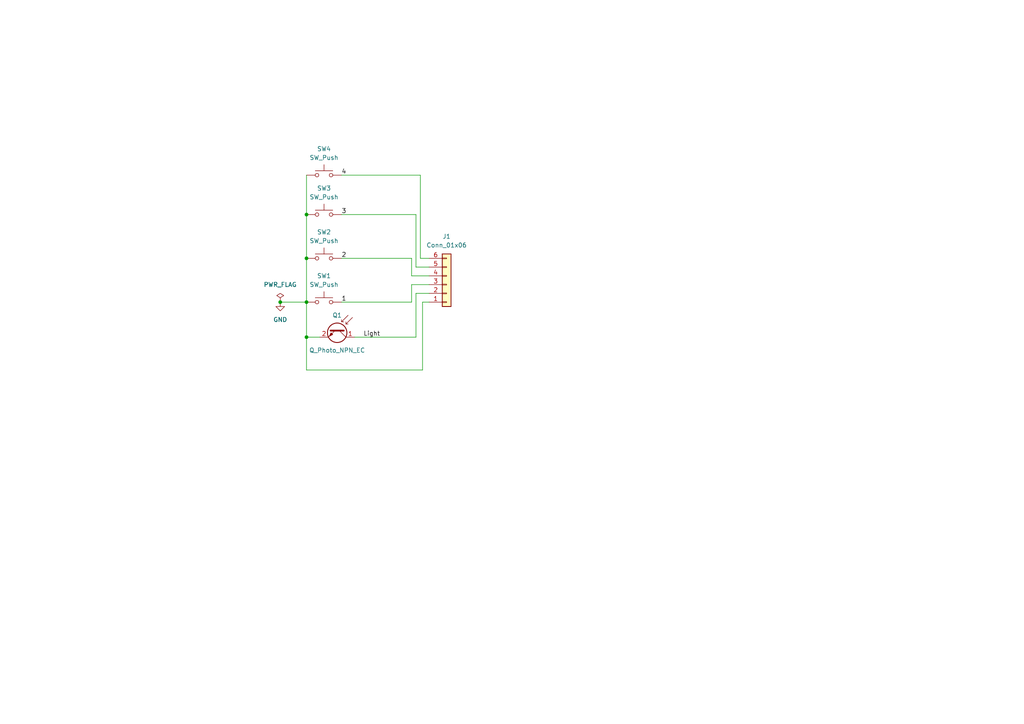
<source format=kicad_sch>
(kicad_sch (version 20211123) (generator eeschema)
  (paper "A4")
  (title_block (title "Vectrex Lightpen Buttons v2"))
  (lib_symbols
    (symbol "Connector_Generic:Conn_01x06" (pin_names (offset 1.016) hide)
      (property "Reference" "J" (at 0 7.62 0))
      (property "Value" "Conn_01x06" (at 0 -10.16 0))
      (symbol "Conn_01x06_1_1"
        (rectangle (start -1.27 -7.493) (end 0 -7.747) (stroke (width 0.1524)))
        (rectangle (start -1.27 -4.953) (end 0 -5.207) (stroke (width 0.1524)))
        (rectangle (start -1.27 -2.413) (end 0 -2.667) (stroke (width 0.1524)))
        (rectangle (start -1.27 0.127) (end 0 -0.127) (stroke (width 0.1524)))
        (rectangle (start -1.27 2.667) (end 0 2.413) (stroke (width 0.1524)))
        (rectangle (start -1.27 5.207) (end 0 4.953) (stroke (width 0.1524)))
        (rectangle (start -1.27 6.35) (end 1.27 -8.89) (stroke (width 0.254)) (fill (type background)))
        (pin passive line (at -5.08 5.08 0) (length 3.81) (name "Pin_1") (number "1"))
        (pin passive line (at -5.08 2.54 0) (length 3.81) (name "Pin_2") (number "2"))
        (pin passive line (at -5.08 0 0) (length 3.81) (name "Pin_3") (number "3"))
        (pin passive line (at -5.08 -2.54 0) (length 3.81) (name "Pin_4") (number "4"))
        (pin passive line (at -5.08 -5.08 0) (length 3.81) (name "Pin_5") (number "5"))
        (pin passive line (at -5.08 -7.62 0) (length 3.81) (name "Pin_6") (number "6"))
      )
    )
    (symbol "Device:Q_Photo_NPN_CE" (pin_names (offset 0) hide)
      (property "Reference" "Q" (at 5.08 1.27 0))
      (property "Value" "Q_Photo_NPN_CE" (at 5.08 -1.27 0))
      (symbol "Q_Photo_NPN_CE_0_1"
        (polyline (pts (xy -1.905 1.27) (xy -2.54 1.27)))
        (polyline (pts (xy -1.27 2.54) (xy -1.905 2.54)))
        (polyline (pts (xy 0.635 0.635) (xy 2.54 2.54)))
        (polyline (pts (xy -3.81 3.175) (xy -1.905 1.27) (xy -1.905 1.905)))
        (polyline (pts (xy -3.175 4.445) (xy -1.27 2.54) (xy -1.27 3.175)))
        (polyline (pts (xy 0.635 -0.635) (xy 2.54 -2.54) (xy 2.54 -2.54)))
        (polyline (pts (xy 0.635 1.905) (xy 0.635 -1.905) (xy 0.635 -1.905)) (stroke (width 0.508)))
        (polyline (pts (xy 1.27 -1.778) (xy 1.778 -1.27) (xy 2.286 -2.286) (xy 1.27 -1.778) (xy 1.27 -1.778)) (fill (type outline)))
        (circle (center 1.27 0) (radius 2.8194) (stroke (width 0.254)))
      )
      (symbol "Q_Photo_NPN_CE_1_1"
        (pin passive line (at 2.54 5.08 270) (length 2.54) (name "C") (number "1"))
        (pin passive line (at 2.54 -5.08 90) (length 2.54) (name "E") (number "2"))
      )
    )
    (symbol "Switch:SW_Push" (pin_numbers hide) (pin_names (offset 1.016) hide)
      (property "Reference" "SW" (at 1.27 2.54 0))
      (property "Value" "SW_Push" (at 0 -1.524 0))
      (symbol "SW_Push_0_1"
        (circle (center -2.032 0) (radius 0.508))
        (polyline (pts (xy 0 1.27) (xy 0 3.048)))
        (polyline (pts (xy 2.54 1.27) (xy -2.54 1.27)))
        (circle (center 2.032 0) (radius 0.508))
        (pin passive line (at -5.08 0 0) (length 2.54) (name "1") (number "1"))
        (pin passive line (at 5.08 0 180) (length 2.54) (name "2") (number "2"))
      )
    )
    (symbol "power:GND" (power) (pin_names (offset 0))
      (property "Value" "GND" (at 0 -3.81 0))
      (symbol "GND_0_1"
        (polyline (pts (xy 0 0) (xy 0 -1.27) (xy 1.27 -1.27) (xy 0 -2.54) (xy -1.27 -1.27) (xy 0 -1.27)))
      )
      (symbol "GND_1_1"
        (pin power_in line (at 0 0 270) (length 0) hide (name "GND") (number "1"))
      )
    )
    (symbol "power:PWR_FLAG" (power) (pin_numbers hide) (pin_names (offset 0) hide)
      (property "Value" "PWR_FLAG" (at 0 3.81 0))
      (symbol "PWR_FLAG_0_0"
        (pin power_out line (at 0 0 90) (length 0) (name "pwr") (number "1"))
      )
      (symbol "PWR_FLAG_0_1"
        (polyline (pts (xy 0 0) (xy 0 1.27) (xy -1.016 1.905) (xy 0 2.54) (xy 1.016 1.905) (xy 0 1.27)))
      )
    )
  )
  (junction (at 88.9 97.79))
  (junction (at 81.28 87.63))
  (junction (at 88.9 87.63))
  (junction (at 88.9 74.93))
  (junction (at 88.9 62.23))
  (wire (pts (xy 99.06 62.23) (xy 120.65 62.23)))
  (wire (pts (xy 88.9 62.23) (xy 88.9 74.93)))
  (wire (pts (xy 120.65 77.47) (xy 124.46 77.47)))
  (wire (pts (xy 122.555 107.315) (xy 122.555 87.63)))
  (wire (pts (xy 102.87 97.79) (xy 120.65 97.79)))
  (wire (pts (xy 119.38 80.01) (xy 124.46 80.01)))
  (wire (pts (xy 88.9 50.8) (xy 88.9 62.23)))
  (wire (pts (xy 88.9 87.63) (xy 81.28 87.63)))
  (wire (pts (xy 121.92 74.93) (xy 124.46 74.93)))
  (wire (pts (xy 88.9 97.79) (xy 88.9 107.315)))
  (wire (pts (xy 99.06 74.93) (xy 119.38 74.93)))
  (wire (pts (xy 121.92 50.8) (xy 121.92 74.93)))
  (wire (pts (xy 119.38 82.55) (xy 124.46 82.55)))
  (wire (pts (xy 119.38 87.63) (xy 119.38 82.55)))
  (wire (pts (xy 88.9 74.93) (xy 88.9 87.63)))
  (wire (pts (xy 88.9 87.63) (xy 88.9 97.79)))
  (wire (pts (xy 88.9 97.79) (xy 92.71 97.79)))
  (wire (pts (xy 99.06 87.63) (xy 119.38 87.63)))
  (wire (pts (xy 120.65 85.09) (xy 124.46 85.09)))
  (wire (pts (xy 122.555 87.63) (xy 124.46 87.63)))
  (wire (pts (xy 119.38 74.93) (xy 119.38 80.01)))
  (wire (pts (xy 120.65 97.79) (xy 120.65 85.09)))
  (wire (pts (xy 99.06 50.8) (xy 121.92 50.8)))
  (wire (pts (xy 120.65 62.23) (xy 120.65 77.47)))
  (wire (pts (xy 88.9 107.315) (xy 122.555 107.315)))
  (label "1" (at 99.06 87.63 0))
  (label "2" (at 99.06 74.93 0))
  (label "Light" (at 105.41 97.79 0))
  (label "4" (at 99.06 50.8 0))
  (label "3" (at 99.06 62.23 0))
  (symbol (lib_id "Switch:SW_Push") (at 93.98 50.8 0) (unit 1)
    (property "Reference" "SW4" (at 93.98 43.18 0))
    (property "Value" "SW_Push" (at 93.98 45.72 0))
    (property "Footprint" "Button_Switch_THT:SW_PUSH_6mm_H7.3mm" (effects hide))
  )
  (symbol (lib_id "Switch:SW_Push") (at 93.98 74.93 0) (unit 1)
    (property "Reference" "SW2" (at 93.98 67.31 0))
    (property "Value" "SW_Push" (at 93.98 69.85 0))
    (property "Footprint" "Button_Switch_THT:SW_PUSH_6mm_H7.3mm" (effects hide))
  )
  (symbol (lib_id "Switch:SW_Push") (at 93.98 87.63 0) (unit 1)
    (property "Reference" "SW1" (at 93.98 80.01 0))
    (property "Value" "SW_Push" (at 93.98 82.55 0))
    (property "Footprint" "Button_Switch_THT:SW_PUSH_6mm_H7.3mm" (effects hide))
  )
  (symbol (lib_id "Device:Q_Photo_NPN_CE") (at 97.79 95.25 270) (unit 1)
    (property "Reference" "Q1" (at 97.79 91.44 90))
    (property "Value" "Q_Photo_NPN_EC" (at 97.79 101.6 90))
    (property "Footprint" "LED_THT:LED_D3.0mm_Clear" (effects hide))
  )
  (symbol (lib_id "Connector_Generic:Conn_01x06") (at 129.54 82.55 0) (mirror x) (unit 1)
    (property "Reference" "J1" (at 129.54 68.58 0))
    (property "Value" "Conn_01x06" (at 129.54 71.12 0))
    (property "Footprint" "Connector_Wire:SoldeWire_1x06_P2.00mm_ZigZag" (effects hide))
  )
  (symbol (lib_id "Switch:SW_Push") (at 93.98 62.23 0) (unit 1)
    (property "Reference" "SW3" (at 93.98 54.61 0))
    (property "Value" "SW_Push" (at 93.98 57.15 0))
    (property "Footprint" "Button_Switch_THT:SW_PUSH_6mm_H7.3mm" (effects hide))
  )
  (symbol (lib_id "power:PWR_FLAG") (at 81.28 87.63 0) (unit 1)
    (property "Reference" "#FLG0101" (effects hide))
    (property "Value" "PWR_FLAG" (at 81.28 82.55 0))
  )
  (symbol (lib_id "power:GND") (at 81.28 87.63 0) (unit 1)
    (property "Reference" "#PWR01" (effects hide))
    (property "Value" "GND" (at 81.28 92.71 0))
  )
)
</source>
